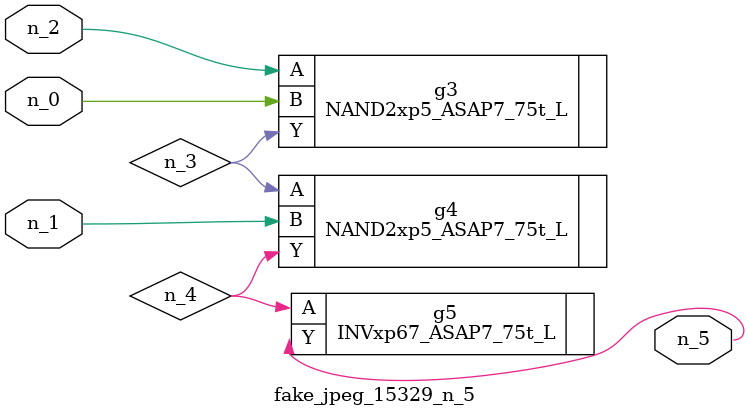
<source format=v>
module fake_jpeg_15329_n_5 (n_0, n_2, n_1, n_5);

input n_0;
input n_2;
input n_1;

output n_5;

wire n_3;
wire n_4;

NAND2xp5_ASAP7_75t_L g3 ( 
.A(n_2),
.B(n_0),
.Y(n_3)
);

NAND2xp5_ASAP7_75t_L g4 ( 
.A(n_3),
.B(n_1),
.Y(n_4)
);

INVxp67_ASAP7_75t_L g5 ( 
.A(n_4),
.Y(n_5)
);


endmodule
</source>
